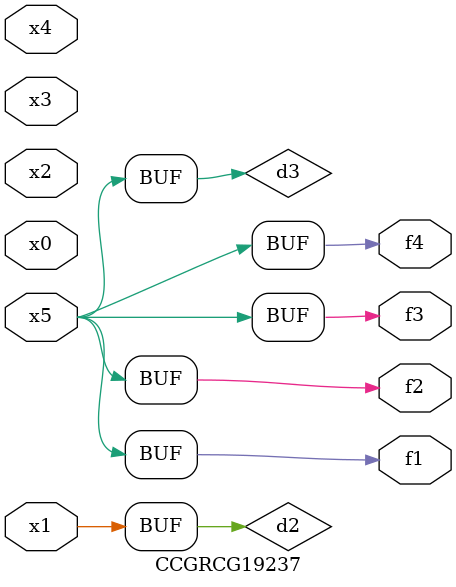
<source format=v>
module CCGRCG19237(
	input x0, x1, x2, x3, x4, x5,
	output f1, f2, f3, f4
);

	wire d1, d2, d3;

	not (d1, x5);
	or (d2, x1);
	xnor (d3, d1);
	assign f1 = d3;
	assign f2 = d3;
	assign f3 = d3;
	assign f4 = d3;
endmodule

</source>
